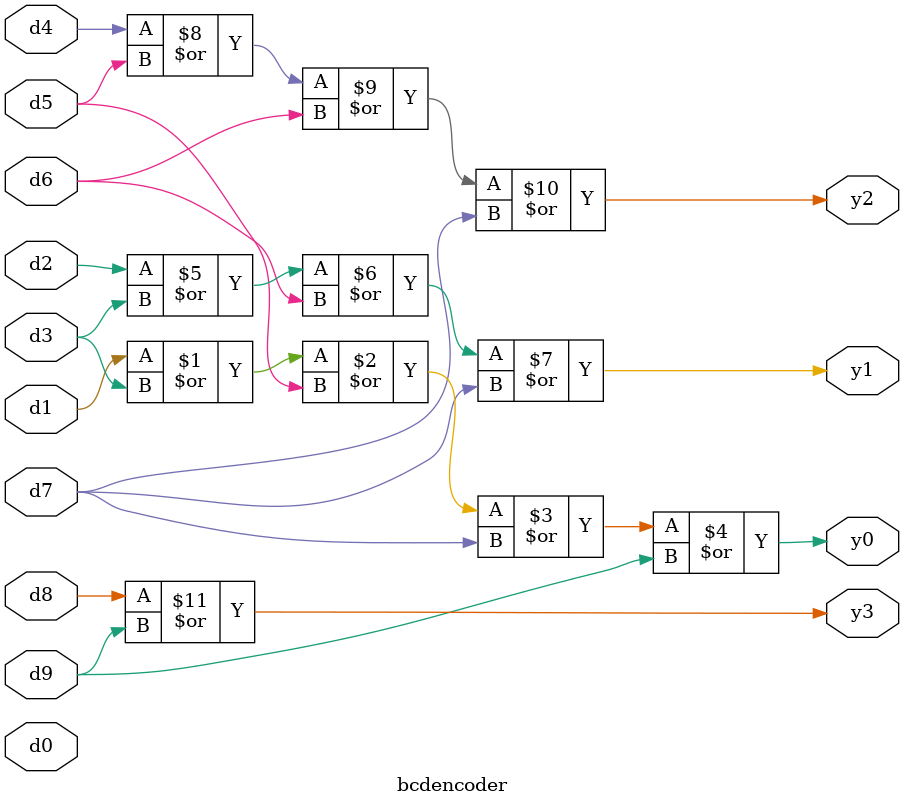
<source format=v>
module bcdencoder(d0,d1,d2,d3,d4,d5,d6,d7,d8,d9,y3,y2,y1,y0);
 input d0,d1,d2,d3,d4,d5,d6,d7,d8,d9;
 output y0,y1,y2,y3;
 or g1(y0,d1,d3,d5,d7,d9);
 or g2(y1,d2,d3,d6,d7);
 or g3(y2,d4,d5,d6,d7);
 or g4(y3,d8,d9);
 endmodule 

</source>
